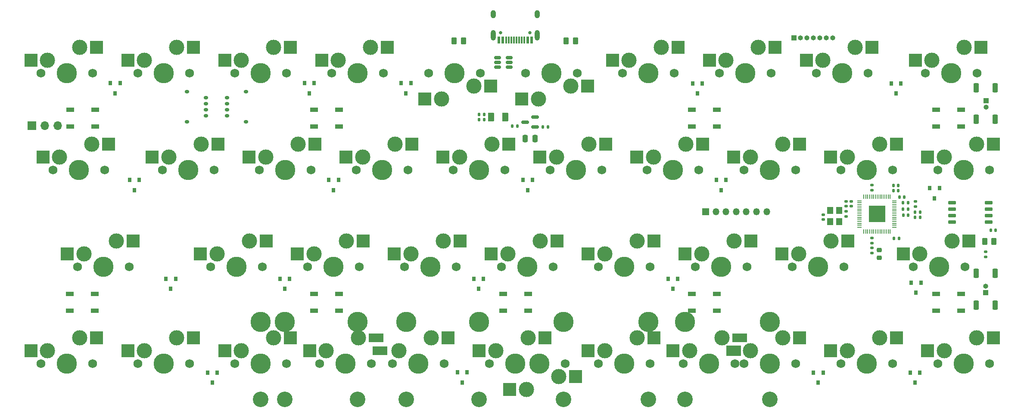
<source format=gbr>
%TF.GenerationSoftware,KiCad,Pcbnew,7.0.7*%
%TF.CreationDate,2023-10-14T12:40:26+02:00*%
%TF.ProjectId,qez,71657a2e-6b69-4636-9164-5f7063625858,rev?*%
%TF.SameCoordinates,Original*%
%TF.FileFunction,Soldermask,Bot*%
%TF.FilePolarity,Negative*%
%FSLAX46Y46*%
G04 Gerber Fmt 4.6, Leading zero omitted, Abs format (unit mm)*
G04 Created by KiCad (PCBNEW 7.0.7) date 2023-10-14 12:40:26*
%MOMM*%
%LPD*%
G01*
G04 APERTURE LIST*
G04 Aperture macros list*
%AMRoundRect*
0 Rectangle with rounded corners*
0 $1 Rounding radius*
0 $2 $3 $4 $5 $6 $7 $8 $9 X,Y pos of 4 corners*
0 Add a 4 corners polygon primitive as box body*
4,1,4,$2,$3,$4,$5,$6,$7,$8,$9,$2,$3,0*
0 Add four circle primitives for the rounded corners*
1,1,$1+$1,$2,$3*
1,1,$1+$1,$4,$5*
1,1,$1+$1,$6,$7*
1,1,$1+$1,$8,$9*
0 Add four rect primitives between the rounded corners*
20,1,$1+$1,$2,$3,$4,$5,0*
20,1,$1+$1,$4,$5,$6,$7,0*
20,1,$1+$1,$6,$7,$8,$9,0*
20,1,$1+$1,$8,$9,$2,$3,0*%
G04 Aperture macros list end*
%ADD10C,1.750000*%
%ADD11C,3.000000*%
%ADD12C,3.987800*%
%ADD13R,2.550000X2.500000*%
%ADD14R,3.000000X2.000000*%
%ADD15C,3.048000*%
%ADD16R,3.000000X1.750000*%
%ADD17R,0.800000X0.900000*%
%ADD18RoundRect,0.250000X0.375000X0.625000X-0.375000X0.625000X-0.375000X-0.625000X0.375000X-0.625000X0*%
%ADD19RoundRect,0.250000X-0.262500X-0.450000X0.262500X-0.450000X0.262500X0.450000X-0.262500X0.450000X0*%
%ADD20RoundRect,0.250000X0.262500X0.450000X-0.262500X0.450000X-0.262500X-0.450000X0.262500X-0.450000X0*%
%ADD21RoundRect,0.150000X0.512500X0.150000X-0.512500X0.150000X-0.512500X-0.150000X0.512500X-0.150000X0*%
%ADD22C,0.650000*%
%ADD23R,0.600000X1.450000*%
%ADD24R,0.300000X1.450000*%
%ADD25O,1.000000X1.600000*%
%ADD26O,1.000000X2.100000*%
%ADD27R,1.000000X1.000000*%
%ADD28O,1.000000X1.000000*%
%ADD29RoundRect,0.140000X-0.140000X-0.170000X0.140000X-0.170000X0.140000X0.170000X-0.140000X0.170000X0*%
%ADD30RoundRect,0.140000X0.170000X-0.140000X0.170000X0.140000X-0.170000X0.140000X-0.170000X-0.140000X0*%
%ADD31RoundRect,0.135000X-0.185000X0.135000X-0.185000X-0.135000X0.185000X-0.135000X0.185000X0.135000X0*%
%ADD32R,1.500000X0.900000*%
%ADD33RoundRect,0.275000X-0.275000X0.625000X-0.275000X-0.625000X0.275000X-0.625000X0.275000X0.625000X0*%
%ADD34R,1.200000X1.400000*%
%ADD35RoundRect,0.135000X0.185000X-0.135000X0.185000X0.135000X-0.185000X0.135000X-0.185000X-0.135000X0*%
%ADD36RoundRect,0.140000X0.140000X0.170000X-0.140000X0.170000X-0.140000X-0.170000X0.140000X-0.170000X0*%
%ADD37RoundRect,0.150000X-0.275000X0.150000X-0.275000X-0.150000X0.275000X-0.150000X0.275000X0.150000X0*%
%ADD38RoundRect,0.175000X-0.225000X0.175000X-0.225000X-0.175000X0.225000X-0.175000X0.225000X0.175000X0*%
%ADD39RoundRect,0.050000X0.050000X-0.387500X0.050000X0.387500X-0.050000X0.387500X-0.050000X-0.387500X0*%
%ADD40RoundRect,0.050000X0.387500X-0.050000X0.387500X0.050000X-0.387500X0.050000X-0.387500X-0.050000X0*%
%ADD41R,3.200000X3.200000*%
%ADD42RoundRect,0.135000X0.135000X0.185000X-0.135000X0.185000X-0.135000X-0.185000X0.135000X-0.185000X0*%
%ADD43RoundRect,0.150000X0.275000X-0.150000X0.275000X0.150000X-0.275000X0.150000X-0.275000X-0.150000X0*%
%ADD44RoundRect,0.175000X0.225000X-0.175000X0.225000X0.175000X-0.225000X0.175000X-0.225000X-0.175000X0*%
%ADD45RoundRect,0.275000X0.275000X-0.625000X0.275000X0.625000X-0.275000X0.625000X-0.275000X-0.625000X0*%
%ADD46RoundRect,0.150000X0.587500X0.150000X-0.587500X0.150000X-0.587500X-0.150000X0.587500X-0.150000X0*%
%ADD47RoundRect,0.150000X-0.650000X-0.150000X0.650000X-0.150000X0.650000X0.150000X-0.650000X0.150000X0*%
%ADD48R,1.700000X1.700000*%
%ADD49O,1.700000X1.700000*%
%ADD50RoundRect,0.140000X-0.170000X0.140000X-0.170000X-0.140000X0.170000X-0.140000X0.170000X0.140000X0*%
%ADD51R,1.350000X1.350000*%
%ADD52O,1.350000X1.350000*%
%ADD53RoundRect,0.218750X0.256250X-0.218750X0.256250X0.218750X-0.256250X0.218750X-0.256250X-0.218750X0*%
%ADD54RoundRect,0.135000X-0.135000X-0.185000X0.135000X-0.185000X0.135000X0.185000X-0.135000X0.185000X0*%
%ADD55RoundRect,0.250000X-0.250000X-0.475000X0.250000X-0.475000X0.250000X0.475000X-0.250000X0.475000X0*%
G04 APERTURE END LIST*
D10*
%TO.C,MX1*%
X62388750Y-66675000D03*
D11*
X63658750Y-64135000D03*
D12*
X67468750Y-66675000D03*
D11*
X70008750Y-61595000D03*
D10*
X72548750Y-66675000D03*
D13*
X60383750Y-64135000D03*
X73310750Y-61595000D03*
%TD*%
D10*
%TO.C,MX2*%
X81438750Y-66675000D03*
D11*
X82708750Y-64135000D03*
D12*
X86518750Y-66675000D03*
D11*
X89058750Y-61595000D03*
D10*
X91598750Y-66675000D03*
D13*
X79433750Y-64135000D03*
X92360750Y-61595000D03*
%TD*%
D10*
%TO.C,MX3*%
X100488750Y-66675000D03*
D11*
X101758750Y-64135000D03*
D12*
X105568750Y-66675000D03*
D11*
X108108750Y-61595000D03*
D10*
X110648750Y-66675000D03*
D13*
X98483750Y-64135000D03*
X111410750Y-61595000D03*
%TD*%
D10*
%TO.C,MX4*%
X119538750Y-66675000D03*
D11*
X120808750Y-64135000D03*
D12*
X124618750Y-66675000D03*
D11*
X127158750Y-61595000D03*
D10*
X129698750Y-66675000D03*
D13*
X117533750Y-64135000D03*
X130460750Y-61595000D03*
%TD*%
D10*
%TO.C,MX5*%
X148748750Y-66675000D03*
D11*
X147478750Y-69215000D03*
D12*
X143668750Y-66675000D03*
D11*
X141128750Y-71755000D03*
D10*
X138588750Y-66675000D03*
D13*
X150753750Y-69215000D03*
X137826750Y-71755000D03*
%TD*%
D10*
%TO.C,MX6*%
X167798750Y-66675000D03*
D11*
X166528750Y-69215000D03*
D12*
X162718750Y-66675000D03*
D11*
X160178750Y-71755000D03*
D10*
X157638750Y-66675000D03*
D13*
X169803750Y-69215000D03*
X156876750Y-71755000D03*
%TD*%
D10*
%TO.C,MX7*%
X176688750Y-66675000D03*
D11*
X177958750Y-64135000D03*
D12*
X181768750Y-66675000D03*
D11*
X184308750Y-61595000D03*
D10*
X186848750Y-66675000D03*
D13*
X174683750Y-64135000D03*
X187610750Y-61595000D03*
%TD*%
D10*
%TO.C,MX8*%
X195738750Y-66675000D03*
D11*
X197008750Y-64135000D03*
D12*
X200818750Y-66675000D03*
D11*
X203358750Y-61595000D03*
D10*
X205898750Y-66675000D03*
D13*
X193733750Y-64135000D03*
X206660750Y-61595000D03*
%TD*%
D10*
%TO.C,MX9*%
X214788750Y-66675000D03*
D11*
X216058750Y-64135000D03*
D12*
X219868750Y-66675000D03*
D11*
X222408750Y-61595000D03*
D10*
X224948750Y-66675000D03*
D13*
X212783750Y-64135000D03*
X225710750Y-61595000D03*
%TD*%
D10*
%TO.C,MX10*%
X236220000Y-66675000D03*
D11*
X237490000Y-64135000D03*
D12*
X241300000Y-66675000D03*
D11*
X243840000Y-61595000D03*
D10*
X246380000Y-66675000D03*
D13*
X234215000Y-64135000D03*
X247142000Y-61595000D03*
%TD*%
D10*
%TO.C,MX11*%
X64770000Y-85725000D03*
D11*
X66040000Y-83185000D03*
D12*
X69850000Y-85725000D03*
D11*
X72390000Y-80645000D03*
D10*
X74930000Y-85725000D03*
D13*
X62765000Y-83185000D03*
X75692000Y-80645000D03*
%TD*%
D10*
%TO.C,MX12*%
X86201250Y-85725000D03*
D11*
X87471250Y-83185000D03*
D12*
X91281250Y-85725000D03*
D11*
X93821250Y-80645000D03*
D10*
X96361250Y-85725000D03*
D13*
X84196250Y-83185000D03*
X97123250Y-80645000D03*
%TD*%
D10*
%TO.C,MX13*%
X105251250Y-85725000D03*
D11*
X106521250Y-83185000D03*
D12*
X110331250Y-85725000D03*
D11*
X112871250Y-80645000D03*
D10*
X115411250Y-85725000D03*
D13*
X103246250Y-83185000D03*
X116173250Y-80645000D03*
%TD*%
D10*
%TO.C,MX14*%
X124301250Y-85725000D03*
D11*
X125571250Y-83185000D03*
D12*
X129381250Y-85725000D03*
D11*
X131921250Y-80645000D03*
D10*
X134461250Y-85725000D03*
D13*
X122296250Y-83185000D03*
X135223250Y-80645000D03*
%TD*%
D10*
%TO.C,MX17*%
X181451250Y-85725000D03*
D11*
X182721250Y-83185000D03*
D12*
X186531250Y-85725000D03*
D11*
X189071250Y-80645000D03*
D10*
X191611250Y-85725000D03*
D13*
X179446250Y-83185000D03*
X192373250Y-80645000D03*
%TD*%
D10*
%TO.C,MX18*%
X200501250Y-85725000D03*
D11*
X201771250Y-83185000D03*
D12*
X205581250Y-85725000D03*
D11*
X208121250Y-80645000D03*
D10*
X210661250Y-85725000D03*
D13*
X198496250Y-83185000D03*
X211423250Y-80645000D03*
%TD*%
D10*
%TO.C,MX19*%
X219551250Y-85725000D03*
D11*
X220821250Y-83185000D03*
D12*
X224631250Y-85725000D03*
D11*
X227171250Y-80645000D03*
D10*
X229711250Y-85725000D03*
D13*
X217546250Y-83185000D03*
X230473250Y-80645000D03*
%TD*%
D10*
%TO.C,MX20*%
X238601250Y-85725000D03*
D11*
X239871250Y-83185000D03*
D12*
X243681250Y-85725000D03*
D11*
X246221250Y-80645000D03*
D10*
X248761250Y-85725000D03*
D13*
X236596250Y-83185000D03*
X249523250Y-80645000D03*
%TD*%
D10*
%TO.C,MX21*%
X69532500Y-104775000D03*
D11*
X70802500Y-102235000D03*
D12*
X74612500Y-104775000D03*
D11*
X77152500Y-99695000D03*
D10*
X79692500Y-104775000D03*
D13*
X67527500Y-102235000D03*
X80454500Y-99695000D03*
%TD*%
D10*
%TO.C,MX22*%
X62388750Y-123825000D03*
D11*
X63658750Y-121285000D03*
D12*
X67468750Y-123825000D03*
D11*
X70008750Y-118745000D03*
D10*
X72548750Y-123825000D03*
D13*
X60383750Y-121285000D03*
X73310750Y-118745000D03*
%TD*%
D10*
%TO.C,MX23*%
X95726250Y-104775000D03*
D11*
X96996250Y-102235000D03*
D12*
X100806250Y-104775000D03*
D11*
X103346250Y-99695000D03*
D10*
X105886250Y-104775000D03*
D13*
X93721250Y-102235000D03*
X106648250Y-99695000D03*
%TD*%
D10*
%TO.C,MX24*%
X114776250Y-104775000D03*
D11*
X116046250Y-102235000D03*
D12*
X119856250Y-104775000D03*
D11*
X122396250Y-99695000D03*
D10*
X124936250Y-104775000D03*
D13*
X112771250Y-102235000D03*
X125698250Y-99695000D03*
%TD*%
D10*
%TO.C,MX25*%
X133826250Y-104775000D03*
D11*
X135096250Y-102235000D03*
D12*
X138906250Y-104775000D03*
D11*
X141446250Y-99695000D03*
D10*
X143986250Y-104775000D03*
D13*
X131821250Y-102235000D03*
X144748250Y-99695000D03*
%TD*%
D10*
%TO.C,MX26*%
X152876250Y-104775000D03*
D11*
X154146250Y-102235000D03*
D12*
X157956250Y-104775000D03*
D11*
X160496250Y-99695000D03*
D10*
X163036250Y-104775000D03*
D13*
X150871250Y-102235000D03*
X163798250Y-99695000D03*
%TD*%
D10*
%TO.C,MX29*%
X210026250Y-104775000D03*
D11*
X211296250Y-102235000D03*
D12*
X215106250Y-104775000D03*
D11*
X217646250Y-99695000D03*
D10*
X220186250Y-104775000D03*
D13*
X208021250Y-102235000D03*
X220948250Y-99695000D03*
%TD*%
D10*
%TO.C,MX30*%
X233838750Y-104775000D03*
D11*
X235108750Y-102235000D03*
D12*
X238918750Y-104775000D03*
D11*
X241458750Y-99695000D03*
D10*
X243998750Y-104775000D03*
D13*
X231833750Y-102235000D03*
X244760750Y-99695000D03*
%TD*%
D10*
%TO.C,MX31*%
X81438750Y-123825000D03*
D11*
X82708750Y-121285000D03*
D12*
X86518750Y-123825000D03*
D11*
X89058750Y-118745000D03*
D10*
X91598750Y-123825000D03*
D13*
X79433750Y-121285000D03*
X92360750Y-118745000D03*
%TD*%
D10*
%TO.C,MX34*%
X165417500Y-123825000D03*
D11*
X164147500Y-126365000D03*
D12*
X160337500Y-123825000D03*
D11*
X157797500Y-128905000D03*
D10*
X155257500Y-123825000D03*
D13*
X167422500Y-126365000D03*
X154495500Y-128905000D03*
%TD*%
D10*
%TO.C,MX37*%
X219551250Y-123825000D03*
D11*
X220821250Y-121285000D03*
D12*
X224631250Y-123825000D03*
D11*
X227171250Y-118745000D03*
D10*
X229711250Y-123825000D03*
D13*
X217546250Y-121285000D03*
X230473250Y-118745000D03*
%TD*%
D10*
%TO.C,MX38*%
X238601250Y-123825000D03*
D11*
X239871250Y-121285000D03*
D12*
X243681250Y-123825000D03*
D11*
X246221250Y-118745000D03*
D10*
X248761250Y-123825000D03*
D13*
X236596250Y-121285000D03*
X249523250Y-118745000D03*
%TD*%
D10*
%TO.C,MX28*%
X190976250Y-104775000D03*
D11*
X192246250Y-102235000D03*
D12*
X196056250Y-104775000D03*
D11*
X198596250Y-99695000D03*
D10*
X201136250Y-104775000D03*
D13*
X188971250Y-102235000D03*
X201898250Y-99695000D03*
%TD*%
D10*
%TO.C,MX36*%
X200501250Y-123825000D03*
D11*
X201771250Y-121285000D03*
D12*
X205581250Y-123825000D03*
D11*
X208121250Y-118745000D03*
D10*
X210661250Y-123825000D03*
D14*
X198496250Y-121285000D03*
D13*
X211423250Y-118745000D03*
%TD*%
D10*
%TO.C,MX32*%
X100488750Y-123825000D03*
D11*
X101758750Y-121285000D03*
D12*
X105568750Y-123825000D03*
D11*
X108108750Y-118745000D03*
D10*
X110648750Y-123825000D03*
D13*
X98483750Y-121285000D03*
X111410750Y-118745000D03*
%TD*%
D10*
%TO.C,MX15*%
X143351250Y-85725000D03*
D11*
X144621250Y-83185000D03*
D12*
X148431250Y-85725000D03*
D11*
X150971250Y-80645000D03*
D10*
X153511250Y-85725000D03*
D13*
X141346250Y-83185000D03*
X154273250Y-80645000D03*
%TD*%
D12*
%TO.C,MX41*%
X105575100Y-115570000D03*
D15*
X105575100Y-130810000D03*
D10*
X150495000Y-123825000D03*
D11*
X151765000Y-121285000D03*
D12*
X155575000Y-123825000D03*
D11*
X158115000Y-118745000D03*
D10*
X160655000Y-123825000D03*
D12*
X205574900Y-115570000D03*
D15*
X205574900Y-130810000D03*
D13*
X148490000Y-121285000D03*
X161417000Y-118745000D03*
%TD*%
D12*
%TO.C,MX39*%
X124587000Y-115570000D03*
D15*
X124587000Y-130810000D03*
D10*
X131445000Y-123825000D03*
D11*
X132715000Y-121285000D03*
D12*
X136525000Y-123825000D03*
D11*
X139065000Y-118745000D03*
D10*
X141605000Y-123825000D03*
D12*
X148463000Y-115570000D03*
D15*
X148463000Y-130810000D03*
D16*
X129025000Y-121285000D03*
D13*
X142367000Y-118745000D03*
%TD*%
D12*
%TO.C,MX33*%
X110299500Y-115570000D03*
D15*
X110299500Y-130810000D03*
D10*
X117157500Y-123825000D03*
D11*
X118427500Y-121285000D03*
D12*
X122237500Y-123825000D03*
D11*
X124777500Y-118745000D03*
D10*
X127317500Y-123825000D03*
D12*
X134175500Y-115570000D03*
D15*
X134175500Y-130810000D03*
D13*
X115152500Y-121285000D03*
D16*
X128237500Y-118745000D03*
%TD*%
D12*
%TO.C,MX40*%
X165068250Y-115570000D03*
D15*
X165068250Y-130810000D03*
D10*
X171926250Y-123825000D03*
D11*
X173196250Y-121285000D03*
D12*
X177006250Y-123825000D03*
D11*
X179546250Y-118745000D03*
D10*
X182086250Y-123825000D03*
D12*
X188944250Y-115570000D03*
D15*
X188944250Y-130810000D03*
D13*
X169921250Y-121285000D03*
X182848250Y-118745000D03*
%TD*%
D12*
%TO.C,MX35*%
X181737000Y-115570000D03*
D15*
X181737000Y-130810000D03*
D10*
X188595000Y-123825000D03*
D11*
X189865000Y-121285000D03*
D12*
X193675000Y-123825000D03*
D11*
X196215000Y-118745000D03*
D10*
X198755000Y-123825000D03*
D12*
X205613000Y-115570000D03*
D15*
X205613000Y-130810000D03*
D13*
X186590000Y-121285000D03*
D16*
X199675000Y-118745000D03*
%TD*%
D10*
%TO.C,MX16*%
X162401250Y-85725000D03*
D11*
X163671250Y-83185000D03*
D12*
X167481250Y-85725000D03*
D11*
X170021250Y-80645000D03*
D10*
X172561250Y-85725000D03*
D13*
X160396250Y-83185000D03*
X173323250Y-80645000D03*
%TD*%
D10*
%TO.C,MX27*%
X171926250Y-104775000D03*
D11*
X173196250Y-102235000D03*
D12*
X177006250Y-104775000D03*
D11*
X179546250Y-99695000D03*
D10*
X182086250Y-104775000D03*
D13*
X169921250Y-102235000D03*
X182848250Y-99695000D03*
%TD*%
D17*
%TO.C,D1*%
X76962000Y-70596000D03*
X77912000Y-68596000D03*
X76012000Y-68596000D03*
%TD*%
%TO.C,D2*%
X115125500Y-70596000D03*
X116075500Y-68596000D03*
X114175500Y-68596000D03*
%TD*%
%TO.C,D3*%
X134112000Y-70596000D03*
X135062000Y-68596000D03*
X133162000Y-68596000D03*
%TD*%
%TO.C,D4*%
X191389000Y-70659500D03*
X192339000Y-68659500D03*
X190439000Y-68659500D03*
%TD*%
%TO.C,D5*%
X230441500Y-70659500D03*
X231391500Y-68659500D03*
X229491500Y-68659500D03*
%TD*%
%TO.C,D6*%
X80708500Y-89646000D03*
X81658500Y-87646000D03*
X79758500Y-87646000D03*
%TD*%
%TO.C,D7*%
X119888000Y-89646000D03*
X120838000Y-87646000D03*
X118938000Y-87646000D03*
%TD*%
%TO.C,D8*%
X158051500Y-89646000D03*
X159001500Y-87646000D03*
X157101500Y-87646000D03*
%TD*%
%TO.C,D9*%
X196024500Y-89646000D03*
X196974500Y-87646000D03*
X195074500Y-87646000D03*
%TD*%
%TO.C,D10*%
X238000000Y-91250000D03*
X238950000Y-89250000D03*
X237050000Y-89250000D03*
%TD*%
%TO.C,D11*%
X87884000Y-109077000D03*
X88834000Y-107077000D03*
X86934000Y-107077000D03*
%TD*%
%TO.C,D12*%
X110299500Y-109077000D03*
X111249500Y-107077000D03*
X109349500Y-107077000D03*
%TD*%
%TO.C,D13*%
X148399500Y-109077000D03*
X149349500Y-107077000D03*
X147449500Y-107077000D03*
%TD*%
%TO.C,D14*%
X186563000Y-109077000D03*
X187513000Y-107077000D03*
X185613000Y-107077000D03*
%TD*%
%TO.C,D15*%
X234355691Y-109858660D03*
X235305691Y-107858660D03*
X233405691Y-107858660D03*
%TD*%
%TO.C,D16*%
X96043750Y-127555500D03*
X96993750Y-125555500D03*
X95093750Y-125555500D03*
%TD*%
%TO.C,D19*%
X234124500Y-127555500D03*
X235074500Y-125555500D03*
X233174500Y-125555500D03*
%TD*%
D18*
%TO.C,F1*%
X153650000Y-75250000D03*
X150850000Y-75250000D03*
%TD*%
D19*
%TO.C,R1*%
X143587500Y-60250000D03*
X145412500Y-60250000D03*
%TD*%
D20*
%TO.C,R2*%
X167412500Y-60250000D03*
X165587500Y-60250000D03*
%TD*%
D21*
%TO.C,U4*%
X154387500Y-63550000D03*
X154387500Y-64500000D03*
X154387500Y-65450000D03*
X152112500Y-65450000D03*
X152112500Y-64500000D03*
X152112500Y-63550000D03*
%TD*%
D22*
%TO.C,USB1*%
X152685000Y-58670500D03*
X158465000Y-58670500D03*
D23*
X152325000Y-60115500D03*
X153125000Y-60115500D03*
D24*
X154325000Y-60115500D03*
X155325000Y-60115500D03*
X155825000Y-60115500D03*
X156825000Y-60115500D03*
D23*
X158025000Y-60115500D03*
X158825000Y-60115500D03*
X158825000Y-60115500D03*
X158025000Y-60115500D03*
D24*
X157325000Y-60115500D03*
X156325000Y-60115500D03*
X154825000Y-60115500D03*
X153825000Y-60115500D03*
D23*
X153125000Y-60115500D03*
X152325000Y-60115500D03*
D25*
X159895000Y-55020500D03*
D26*
X159895000Y-59200500D03*
X151255000Y-59200500D03*
D25*
X151255000Y-55020500D03*
%TD*%
D17*
%TO.C,D17*%
X145161000Y-127492000D03*
X146111000Y-125492000D03*
X144211000Y-125492000D03*
%TD*%
%TO.C,D18*%
X215138000Y-127555500D03*
X216088000Y-125555500D03*
X214188000Y-125555500D03*
%TD*%
D27*
%TO.C,J7*%
X210317534Y-59737148D03*
D28*
X211587534Y-59737148D03*
X212857534Y-59737148D03*
X214127534Y-59737148D03*
X215397534Y-59737148D03*
X216667534Y-59737148D03*
X217937534Y-59737148D03*
%TD*%
D29*
%TO.C,C9*%
X234176562Y-94962187D03*
X235136562Y-94962187D03*
%TD*%
D30*
%TO.C,C14*%
X220621340Y-92839838D03*
X220621340Y-91879838D03*
%TD*%
%TO.C,C12*%
X225662100Y-89639736D03*
X225662100Y-88679736D03*
%TD*%
D31*
%TO.C,R8*%
X234256562Y-91852187D03*
X234256562Y-92872187D03*
%TD*%
D32*
%TO.C,D24*%
X195200000Y-110100000D03*
X195200000Y-113400000D03*
X190300000Y-113400000D03*
X190300000Y-110100000D03*
%TD*%
D33*
%TO.C,Boot1*%
X246170842Y-106035074D03*
X246170842Y-112235074D03*
X249870842Y-106035074D03*
X249870842Y-112235074D03*
%TD*%
D32*
%TO.C,D21*%
X72950000Y-110100000D03*
X72950000Y-113400000D03*
X68050000Y-113400000D03*
X68050000Y-110100000D03*
%TD*%
D29*
%TO.C,C8*%
X231082023Y-91042518D03*
X232042023Y-91042518D03*
%TD*%
%TO.C,C7*%
X231872868Y-94617943D03*
X232832868Y-94617943D03*
%TD*%
%TO.C,C5*%
X249020000Y-97500000D03*
X249980000Y-97500000D03*
%TD*%
D32*
%TO.C,D28*%
X120950000Y-73850000D03*
X120950000Y-77150000D03*
X116050000Y-77150000D03*
X116050000Y-73850000D03*
%TD*%
%TO.C,D26*%
X243200000Y-73850000D03*
X243200000Y-77150000D03*
X238300000Y-77150000D03*
X238300000Y-73850000D03*
%TD*%
D34*
%TO.C,Y1*%
X217506562Y-95862187D03*
X217506562Y-93662187D03*
X219206562Y-93662187D03*
X219206562Y-95862187D03*
%TD*%
D35*
%TO.C,R5*%
X248000000Y-102760000D03*
X248000000Y-101740000D03*
%TD*%
D32*
%TO.C,D27*%
X195200000Y-73850000D03*
X195200000Y-77150000D03*
X190300000Y-77150000D03*
X190300000Y-73850000D03*
%TD*%
D36*
%TO.C,C1*%
X155980000Y-77040000D03*
X155020000Y-77040000D03*
%TD*%
D37*
%TO.C,J5*%
X98897875Y-71458684D03*
X98897875Y-72658684D03*
X98897875Y-73858684D03*
X98897875Y-75058684D03*
D38*
X102672875Y-70308684D03*
X102672875Y-76208684D03*
%TD*%
D39*
%TO.C,U3*%
X229256562Y-97799687D03*
X228856562Y-97799687D03*
X228456562Y-97799687D03*
X228056562Y-97799687D03*
X227656562Y-97799687D03*
X227256562Y-97799687D03*
X226856562Y-97799687D03*
X226456562Y-97799687D03*
X226056562Y-97799687D03*
X225656562Y-97799687D03*
X225256562Y-97799687D03*
X224856562Y-97799687D03*
X224456562Y-97799687D03*
X224056562Y-97799687D03*
D40*
X223219062Y-96962187D03*
X223219062Y-96562187D03*
X223219062Y-96162187D03*
X223219062Y-95762187D03*
X223219062Y-95362187D03*
X223219062Y-94962187D03*
X223219062Y-94562187D03*
X223219062Y-94162187D03*
X223219062Y-93762187D03*
X223219062Y-93362187D03*
X223219062Y-92962187D03*
X223219062Y-92562187D03*
X223219062Y-92162187D03*
X223219062Y-91762187D03*
D39*
X224056562Y-90924687D03*
X224456562Y-90924687D03*
X224856562Y-90924687D03*
X225256562Y-90924687D03*
X225656562Y-90924687D03*
X226056562Y-90924687D03*
X226456562Y-90924687D03*
X226856562Y-90924687D03*
X227256562Y-90924687D03*
X227656562Y-90924687D03*
X228056562Y-90924687D03*
X228456562Y-90924687D03*
X228856562Y-90924687D03*
X229256562Y-90924687D03*
D40*
X230094062Y-91762187D03*
X230094062Y-92162187D03*
X230094062Y-92562187D03*
X230094062Y-92962187D03*
X230094062Y-93362187D03*
X230094062Y-93762187D03*
X230094062Y-94162187D03*
X230094062Y-94562187D03*
X230094062Y-94962187D03*
X230094062Y-95362187D03*
X230094062Y-95762187D03*
X230094062Y-96162187D03*
X230094062Y-96562187D03*
X230094062Y-96962187D03*
D41*
X226656562Y-94362187D03*
%TD*%
D29*
%TO.C,C4*%
X161020000Y-77250000D03*
X161980000Y-77250000D03*
%TD*%
D27*
%TO.C,J4*%
X248119055Y-72044104D03*
D28*
X248119055Y-73314104D03*
%TD*%
D32*
%TO.C,D29*%
X72988549Y-73848224D03*
X72988549Y-77148224D03*
X68088549Y-77148224D03*
X68088549Y-73848224D03*
%TD*%
D42*
%TO.C,R3*%
X232766562Y-93362187D03*
X231746562Y-93362187D03*
%TD*%
D30*
%TO.C,C3*%
X216106562Y-95442187D03*
X216106562Y-94482187D03*
%TD*%
D29*
%TO.C,C16*%
X234176562Y-93962187D03*
X235136562Y-93962187D03*
%TD*%
D32*
%TO.C,D22*%
X120950000Y-110100000D03*
X120950000Y-113400000D03*
X116050000Y-113400000D03*
X116050000Y-110100000D03*
%TD*%
D30*
%TO.C,C2*%
X220630083Y-94803443D03*
X220630083Y-93843443D03*
%TD*%
D42*
%TO.C,R11*%
X149510000Y-74750000D03*
X148490000Y-74750000D03*
%TD*%
D43*
%TO.C,J3*%
X94796655Y-75036662D03*
X94796655Y-73836662D03*
X94796655Y-72636662D03*
X94796655Y-71436662D03*
D44*
X91021655Y-76186662D03*
X91021655Y-70286662D03*
%TD*%
D32*
%TO.C,D23*%
X158082447Y-110109999D03*
X158082447Y-113409999D03*
X153182447Y-113409999D03*
X153182447Y-110109999D03*
%TD*%
D45*
%TO.C,Reset1*%
X249908537Y-75731252D03*
X249908537Y-69531252D03*
X246208537Y-75731252D03*
X246208537Y-69531252D03*
%TD*%
D46*
%TO.C,U1*%
X159437500Y-75300000D03*
X159437500Y-77200000D03*
X157562500Y-76250000D03*
%TD*%
D47*
%TO.C,U2*%
X241400000Y-95905000D03*
X241400000Y-94635000D03*
X241400000Y-93365000D03*
X241400000Y-92095000D03*
X248600000Y-92095000D03*
X248600000Y-93365000D03*
X248600000Y-94635000D03*
X248600000Y-95905000D03*
%TD*%
D20*
%TO.C,R6*%
X249662500Y-99750000D03*
X247837500Y-99750000D03*
%TD*%
D31*
%TO.C,R9*%
X225643214Y-101043044D03*
X225643214Y-102063044D03*
%TD*%
D29*
%TO.C,C15*%
X229925600Y-88695709D03*
X230885600Y-88695709D03*
%TD*%
%TO.C,C10*%
X229925600Y-89794252D03*
X230885600Y-89794252D03*
%TD*%
D48*
%TO.C,J2*%
X60546930Y-76941939D03*
D49*
X63086930Y-76941939D03*
X65626930Y-76941939D03*
%TD*%
D50*
%TO.C,C13*%
X225656562Y-99082187D03*
X225656562Y-100042187D03*
%TD*%
D29*
%TO.C,C11*%
X230026562Y-99112187D03*
X230986562Y-99112187D03*
%TD*%
D30*
%TO.C,C6*%
X221656562Y-92842187D03*
X221656562Y-91882187D03*
%TD*%
D51*
%TO.C,J6*%
X192992434Y-93867427D03*
D52*
X194992434Y-93867427D03*
X196992434Y-93867427D03*
X198992434Y-93867427D03*
X200992434Y-93867427D03*
X202992434Y-93867427D03*
X204992434Y-93867427D03*
%TD*%
D42*
%TO.C,R4*%
X232766562Y-92162187D03*
X231746562Y-92162187D03*
%TD*%
D53*
%TO.C,D20*%
X227154821Y-103001359D03*
X227154821Y-101426359D03*
%TD*%
D32*
%TO.C,D25*%
X243200000Y-110100000D03*
X243200000Y-113400000D03*
X238300000Y-113400000D03*
X238300000Y-110100000D03*
%TD*%
D54*
%TO.C,R10*%
X148490000Y-75750000D03*
X149510000Y-75750000D03*
%TD*%
D27*
%TO.C,J1*%
X248040976Y-109791951D03*
D28*
X248040976Y-108521951D03*
%TD*%
D55*
%TO.C,C17*%
X157550000Y-79500000D03*
X159450000Y-79500000D03*
%TD*%
M02*

</source>
